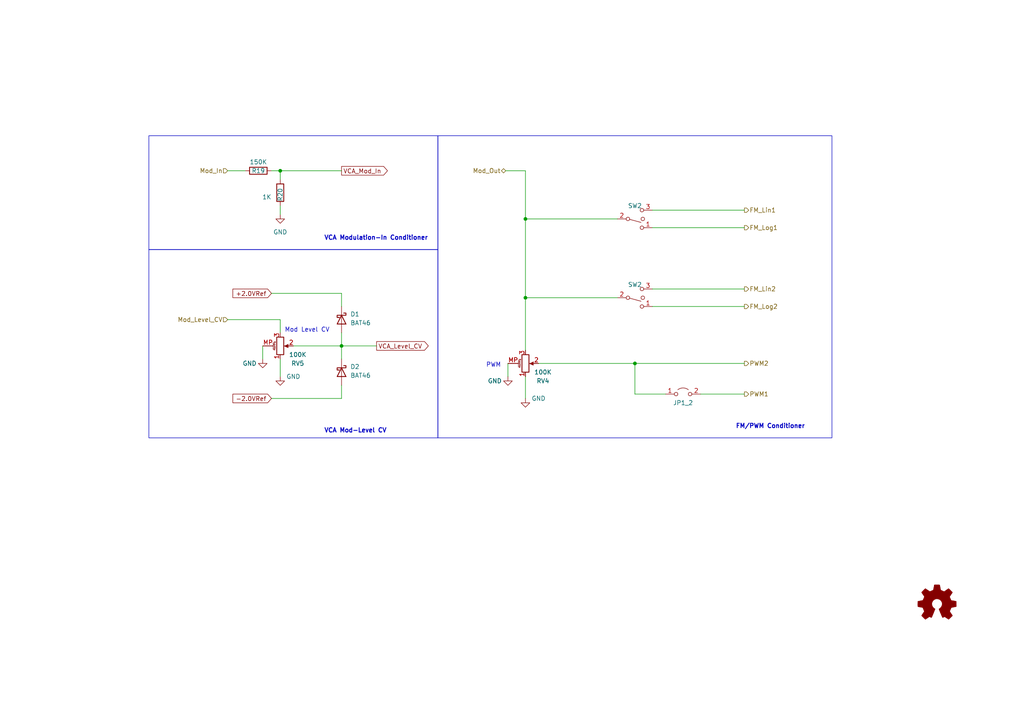
<source format=kicad_sch>
(kicad_sch (version 20230121) (generator eeschema)

  (uuid 95f31fa4-966d-47db-8495-ff310768c56d)

  (paper "A4")

  (title_block
    (title "2MoreVO")
    (date "2024-07-09")
    (rev "1.0")
    (company "ImooDi")
    (comment 1 "CC BY-NC-SA")
  )

  (lib_symbols
    (symbol "Graphic:Logo_Open_Hardware_Small" (in_bom no) (on_board no)
      (property "Reference" "#SYM" (at 0 6.985 0)
        (effects (font (size 1.27 1.27)) hide)
      )
      (property "Value" "Logo_Open_Hardware_Small" (at 0 -5.715 0)
        (effects (font (size 1.27 1.27)) hide)
      )
      (property "Footprint" "" (at 0 0 0)
        (effects (font (size 1.27 1.27)) hide)
      )
      (property "Datasheet" "~" (at 0 0 0)
        (effects (font (size 1.27 1.27)) hide)
      )
      (property "Sim.Enable" "0" (at 0 0 0)
        (effects (font (size 1.27 1.27)) hide)
      )
      (property "ki_keywords" "Logo" (at 0 0 0)
        (effects (font (size 1.27 1.27)) hide)
      )
      (property "ki_description" "Open Hardware logo, small" (at 0 0 0)
        (effects (font (size 1.27 1.27)) hide)
      )
      (symbol "Logo_Open_Hardware_Small_0_1"
        (polyline
          (pts
            (xy 3.3528 -4.3434)
            (xy 3.302 -4.318)
            (xy 3.175 -4.2418)
            (xy 2.9972 -4.1148)
            (xy 2.7686 -3.9624)
            (xy 2.54 -3.81)
            (xy 2.3622 -3.7084)
            (xy 2.2352 -3.6068)
            (xy 2.1844 -3.5814)
            (xy 2.159 -3.6068)
            (xy 2.0574 -3.6576)
            (xy 1.905 -3.7338)
            (xy 1.8034 -3.7846)
            (xy 1.6764 -3.8354)
            (xy 1.6002 -3.8354)
            (xy 1.6002 -3.8354)
            (xy 1.5494 -3.7338)
            (xy 1.4732 -3.5306)
            (xy 1.3462 -3.302)
            (xy 1.2446 -3.0226)
            (xy 1.1176 -2.7178)
            (xy 0.9652 -2.413)
            (xy 0.8636 -2.1082)
            (xy 0.7366 -1.8288)
            (xy 0.6604 -1.6256)
            (xy 0.6096 -1.4732)
            (xy 0.5842 -1.397)
            (xy 0.5842 -1.397)
            (xy 0.6604 -1.3208)
            (xy 0.7874 -1.2446)
            (xy 1.0414 -1.016)
            (xy 1.2954 -0.6858)
            (xy 1.4478 -0.3302)
            (xy 1.524 0.0762)
            (xy 1.4732 0.4572)
            (xy 1.3208 0.8128)
            (xy 1.0668 1.143)
            (xy 0.762 1.3716)
            (xy 0.4064 1.524)
            (xy 0 1.5748)
            (xy -0.381 1.5494)
            (xy -0.7366 1.397)
            (xy -1.0668 1.143)
            (xy -1.2192 0.9906)
            (xy -1.397 0.6604)
            (xy -1.524 0.3048)
            (xy -1.524 0.2286)
            (xy -1.4986 -0.1778)
            (xy -1.397 -0.5334)
            (xy -1.1938 -0.8636)
            (xy -0.9144 -1.143)
            (xy -0.8636 -1.1684)
            (xy -0.7366 -1.27)
            (xy -0.635 -1.3462)
            (xy -0.5842 -1.397)
            (xy -1.0668 -2.5908)
            (xy -1.143 -2.794)
            (xy -1.2954 -3.1242)
            (xy -1.397 -3.4036)
            (xy -1.4986 -3.6322)
            (xy -1.5748 -3.7846)
            (xy -1.6002 -3.8354)
            (xy -1.6002 -3.8354)
            (xy -1.651 -3.8354)
            (xy -1.7272 -3.81)
            (xy -1.905 -3.7338)
            (xy -2.0066 -3.683)
            (xy -2.1336 -3.6068)
            (xy -2.2098 -3.5814)
            (xy -2.2606 -3.6068)
            (xy -2.3622 -3.683)
            (xy -2.54 -3.81)
            (xy -2.7686 -3.9624)
            (xy -2.9718 -4.0894)
            (xy -3.1496 -4.2164)
            (xy -3.302 -4.318)
            (xy -3.3528 -4.3434)
            (xy -3.3782 -4.3434)
            (xy -3.429 -4.318)
            (xy -3.5306 -4.2164)
            (xy -3.7084 -4.064)
            (xy -3.937 -3.8354)
            (xy -3.9624 -3.81)
            (xy -4.1656 -3.6068)
            (xy -4.318 -3.4544)
            (xy -4.4196 -3.3274)
            (xy -4.445 -3.2766)
            (xy -4.445 -3.2766)
            (xy -4.4196 -3.2258)
            (xy -4.318 -3.0734)
            (xy -4.2164 -2.8956)
            (xy -4.064 -2.667)
            (xy -3.6576 -2.0828)
            (xy -3.8862 -1.5494)
            (xy -3.937 -1.3716)
            (xy -4.0386 -1.1684)
            (xy -4.0894 -1.0414)
            (xy -4.1148 -0.9652)
            (xy -4.191 -0.9398)
            (xy -4.318 -0.9144)
            (xy -4.5466 -0.8636)
            (xy -4.8006 -0.8128)
            (xy -5.0546 -0.7874)
            (xy -5.2578 -0.7366)
            (xy -5.4356 -0.7112)
            (xy -5.5118 -0.6858)
            (xy -5.5118 -0.6858)
            (xy -5.5372 -0.635)
            (xy -5.5372 -0.5588)
            (xy -5.5372 -0.4318)
            (xy -5.5626 -0.2286)
            (xy -5.5626 0.0762)
            (xy -5.5626 0.127)
            (xy -5.5372 0.4064)
            (xy -5.5372 0.635)
            (xy -5.5372 0.762)
            (xy -5.5372 0.8382)
            (xy -5.5372 0.8382)
            (xy -5.461 0.8382)
            (xy -5.3086 0.889)
            (xy -5.08 0.9144)
            (xy -4.826 0.9652)
            (xy -4.8006 0.9906)
            (xy -4.5466 1.0414)
            (xy -4.318 1.0668)
            (xy -4.1656 1.1176)
            (xy -4.0894 1.143)
            (xy -4.0894 1.143)
            (xy -4.0386 1.2446)
            (xy -3.9624 1.4224)
            (xy -3.8608 1.6256)
            (xy -3.7846 1.8288)
            (xy -3.7084 2.0066)
            (xy -3.6576 2.159)
            (xy -3.6322 2.2098)
            (xy -3.6322 2.2098)
            (xy -3.683 2.286)
            (xy -3.7592 2.413)
            (xy -3.8862 2.5908)
            (xy -4.064 2.8194)
            (xy -4.064 2.8448)
            (xy -4.2164 3.0734)
            (xy -4.3434 3.2512)
            (xy -4.4196 3.3782)
            (xy -4.445 3.4544)
            (xy -4.445 3.4544)
            (xy -4.3942 3.5052)
            (xy -4.2926 3.6322)
            (xy -4.1148 3.81)
            (xy -3.937 4.0132)
            (xy -3.8608 4.064)
            (xy -3.6576 4.2926)
            (xy -3.5052 4.4196)
            (xy -3.4036 4.4958)
            (xy -3.3528 4.5212)
            (xy -3.3528 4.5212)
            (xy -3.302 4.4704)
            (xy -3.1496 4.3688)
            (xy -2.9718 4.2418)
            (xy -2.7432 4.0894)
            (xy -2.7178 4.0894)
            (xy -2.4892 3.937)
            (xy -2.3114 3.81)
            (xy -2.1844 3.7084)
            (xy -2.1336 3.683)
            (xy -2.1082 3.683)
            (xy -2.032 3.7084)
            (xy -1.8542 3.7592)
            (xy -1.6764 3.8354)
            (xy -1.4732 3.937)
            (xy -1.27 4.0132)
            (xy -1.143 4.064)
            (xy -1.0668 4.1148)
            (xy -1.0668 4.1148)
            (xy -1.0414 4.191)
            (xy -1.016 4.3434)
            (xy -0.9652 4.572)
            (xy -0.9144 4.8514)
            (xy -0.889 4.9022)
            (xy -0.8382 5.1562)
            (xy -0.8128 5.3848)
            (xy -0.7874 5.5372)
            (xy -0.762 5.588)
            (xy -0.7112 5.6134)
            (xy -0.5842 5.6134)
            (xy -0.4064 5.6134)
            (xy -0.1524 5.6134)
            (xy 0.0762 5.6134)
            (xy 0.3302 5.6134)
            (xy 0.5334 5.6134)
            (xy 0.6858 5.588)
            (xy 0.7366 5.588)
            (xy 0.7366 5.588)
            (xy 0.762 5.5118)
            (xy 0.8128 5.334)
            (xy 0.8382 5.1054)
            (xy 0.9144 4.826)
            (xy 0.9144 4.7752)
            (xy 0.9652 4.5212)
            (xy 1.016 4.2926)
            (xy 1.0414 4.1402)
            (xy 1.0668 4.0894)
            (xy 1.0668 4.0894)
            (xy 1.1938 4.0386)
            (xy 1.3716 3.9624)
            (xy 1.5748 3.8608)
            (xy 2.0828 3.6576)
            (xy 2.7178 4.0894)
            (xy 2.7686 4.1402)
            (xy 2.9972 4.2926)
            (xy 3.175 4.4196)
            (xy 3.302 4.4958)
            (xy 3.3782 4.5212)
            (xy 3.3782 4.5212)
            (xy 3.429 4.4704)
            (xy 3.556 4.3434)
            (xy 3.7338 4.191)
            (xy 3.9116 3.9878)
            (xy 4.064 3.8354)
            (xy 4.2418 3.6576)
            (xy 4.3434 3.556)
            (xy 4.4196 3.4798)
            (xy 4.4196 3.429)
            (xy 4.4196 3.4036)
            (xy 4.3942 3.3274)
            (xy 4.2926 3.2004)
            (xy 4.1656 2.9972)
            (xy 4.0132 2.794)
            (xy 3.8862 2.5908)
            (xy 3.7592 2.3876)
            (xy 3.6576 2.2352)
            (xy 3.6322 2.159)
            (xy 3.6322 2.1336)
            (xy 3.683 2.0066)
            (xy 3.7592 1.8288)
            (xy 3.8608 1.6002)
            (xy 4.064 1.1176)
            (xy 4.3942 1.0414)
            (xy 4.5974 1.016)
            (xy 4.8768 0.9652)
            (xy 5.1308 0.9144)
            (xy 5.5372 0.8382)
            (xy 5.5626 -0.6604)
            (xy 5.4864 -0.6858)
            (xy 5.4356 -0.6858)
            (xy 5.2832 -0.7366)
            (xy 5.0546 -0.762)
            (xy 4.8006 -0.8128)
            (xy 4.5974 -0.8636)
            (xy 4.3688 -0.9144)
            (xy 4.2164 -0.9398)
            (xy 4.1402 -0.9398)
            (xy 4.1148 -0.9652)
            (xy 4.064 -1.0668)
            (xy 3.9878 -1.2446)
            (xy 3.9116 -1.4478)
            (xy 3.81 -1.651)
            (xy 3.7338 -1.8542)
            (xy 3.683 -2.0066)
            (xy 3.6576 -2.0828)
            (xy 3.683 -2.1336)
            (xy 3.7846 -2.2606)
            (xy 3.8862 -2.4638)
            (xy 4.0386 -2.667)
            (xy 4.191 -2.8956)
            (xy 4.318 -3.0734)
            (xy 4.3942 -3.2004)
            (xy 4.445 -3.2766)
            (xy 4.4196 -3.3274)
            (xy 4.3434 -3.429)
            (xy 4.1656 -3.5814)
            (xy 3.937 -3.8354)
            (xy 3.8862 -3.8608)
            (xy 3.683 -4.064)
            (xy 3.5306 -4.2164)
            (xy 3.4036 -4.318)
            (xy 3.3528 -4.3434)
          )
          (stroke (width 0) (type default))
          (fill (type outline))
        )
      )
    )
    (symbol "Library:D_Schottky" (pin_numbers hide) (pin_names (offset 1.016) hide) (in_bom yes) (on_board yes)
      (property "Reference" "D" (at 0 2.54 0)
        (effects (font (size 1.27 1.27)))
      )
      (property "Value" "D_Schottky" (at 0 -2.54 0)
        (effects (font (size 1.27 1.27)))
      )
      (property "Footprint" "" (at 0 0 0)
        (effects (font (size 1.27 1.27)) hide)
      )
      (property "Datasheet" "~" (at 0 0 0)
        (effects (font (size 1.27 1.27)) hide)
      )
      (property "ki_keywords" "diode Schottky" (at 0 0 0)
        (effects (font (size 1.27 1.27)) hide)
      )
      (property "ki_description" "Schottky diode" (at 0 0 0)
        (effects (font (size 1.27 1.27)) hide)
      )
      (property "ki_fp_filters" "TO-???* *_Diode_* *SingleDiode* D_*" (at 0 0 0)
        (effects (font (size 1.27 1.27)) hide)
      )
      (symbol "D_Schottky_0_1"
        (polyline
          (pts
            (xy 1.27 0)
            (xy -1.27 0)
          )
          (stroke (width 0) (type default))
          (fill (type none))
        )
        (polyline
          (pts
            (xy 1.27 1.27)
            (xy 1.27 -1.27)
            (xy -1.27 0)
            (xy 1.27 1.27)
          )
          (stroke (width 0.254) (type default))
          (fill (type none))
        )
        (polyline
          (pts
            (xy -1.905 0.635)
            (xy -1.905 1.27)
            (xy -1.27 1.27)
            (xy -1.27 -1.27)
            (xy -0.635 -1.27)
            (xy -0.635 -0.635)
          )
          (stroke (width 0.254) (type default))
          (fill (type none))
        )
      )
      (symbol "D_Schottky_1_1"
        (pin passive line (at -3.81 0 0) (length 2.54)
          (name "K" (effects (font (size 1.27 1.27))))
          (number "1" (effects (font (size 1.27 1.27))))
        )
        (pin passive line (at 3.81 0 180) (length 2.54)
          (name "A" (effects (font (size 1.27 1.27))))
          (number "2" (effects (font (size 1.27 1.27))))
        )
      )
    )
    (symbol "Library:Jumper_2_Open" (pin_names (offset 0) hide) (in_bom yes) (on_board yes)
      (property "Reference" "JP" (at 0 2.794 0)
        (effects (font (size 1.27 1.27)))
      )
      (property "Value" "Jumper_2_Open" (at 0 -2.286 0)
        (effects (font (size 1.27 1.27)))
      )
      (property "Footprint" "" (at 0 0 0)
        (effects (font (size 1.27 1.27)) hide)
      )
      (property "Datasheet" "~" (at 0 0 0)
        (effects (font (size 1.27 1.27)) hide)
      )
      (property "ki_keywords" "Jumper SPST" (at 0 0 0)
        (effects (font (size 1.27 1.27)) hide)
      )
      (property "ki_description" "Jumper, 2-pole, open" (at 0 0 0)
        (effects (font (size 1.27 1.27)) hide)
      )
      (property "ki_fp_filters" "Jumper* TestPoint*2Pads* TestPoint*Bridge*" (at 0 0 0)
        (effects (font (size 1.27 1.27)) hide)
      )
      (symbol "Jumper_2_Open_0_0"
        (circle (center -2.032 0) (radius 0.508)
          (stroke (width 0) (type default))
          (fill (type none))
        )
        (circle (center 2.032 0) (radius 0.508)
          (stroke (width 0) (type default))
          (fill (type none))
        )
      )
      (symbol "Jumper_2_Open_0_1"
        (arc (start 1.524 1.27) (mid 0 1.778) (end -1.524 1.27)
          (stroke (width 0) (type default))
          (fill (type none))
        )
      )
      (symbol "Jumper_2_Open_1_1"
        (pin passive line (at -5.08 0 0) (length 2.54)
          (name "A" (effects (font (size 1.27 1.27))))
          (number "1" (effects (font (size 1.27 1.27))))
        )
        (pin passive line (at 5.08 0 180) (length 2.54)
          (name "B" (effects (font (size 1.27 1.27))))
          (number "2" (effects (font (size 1.27 1.27))))
        )
      )
    )
    (symbol "Library:R" (pin_numbers hide) (pin_names (offset 0)) (in_bom yes) (on_board yes)
      (property "Reference" "R" (at 2.032 0 90)
        (effects (font (size 1.27 1.27)))
      )
      (property "Value" "R" (at 0 0 90)
        (effects (font (size 1.27 1.27)))
      )
      (property "Footprint" "" (at -1.778 0 90)
        (effects (font (size 1.27 1.27)) hide)
      )
      (property "Datasheet" "~" (at 0 0 0)
        (effects (font (size 1.27 1.27)) hide)
      )
      (property "ki_keywords" "R res resistor" (at 0 0 0)
        (effects (font (size 1.27 1.27)) hide)
      )
      (property "ki_description" "Resistor" (at 0 0 0)
        (effects (font (size 1.27 1.27)) hide)
      )
      (property "ki_fp_filters" "R_*" (at 0 0 0)
        (effects (font (size 1.27 1.27)) hide)
      )
      (symbol "R_0_1"
        (rectangle (start -1.016 -2.54) (end 1.016 2.54)
          (stroke (width 0.254) (type default))
          (fill (type none))
        )
      )
      (symbol "R_1_1"
        (pin passive line (at 0 3.81 270) (length 1.27)
          (name "~" (effects (font (size 1.27 1.27))))
          (number "1" (effects (font (size 1.27 1.27))))
        )
        (pin passive line (at 0 -3.81 90) (length 1.27)
          (name "~" (effects (font (size 1.27 1.27))))
          (number "2" (effects (font (size 1.27 1.27))))
        )
      )
    )
    (symbol "Library:R_Potentiometer_MountingPin" (pin_names (offset 1.016) hide) (in_bom yes) (on_board yes)
      (property "Reference" "RV" (at -8.255 0 90)
        (effects (font (size 1.27 1.27)))
      )
      (property "Value" "R_Potentiometer_MountingPin" (at -6.35 0 90)
        (effects (font (size 1.27 1.27)))
      )
      (property "Footprint" "" (at 0 0 0)
        (effects (font (size 1.27 1.27)) hide)
      )
      (property "Datasheet" "~" (at 0 0 0)
        (effects (font (size 1.27 1.27)) hide)
      )
      (property "ki_keywords" "resistor variable" (at 0 0 0)
        (effects (font (size 1.27 1.27)) hide)
      )
      (property "ki_description" "Potentiometer with a mounting pin" (at 0 0 0)
        (effects (font (size 1.27 1.27)) hide)
      )
      (property "ki_fp_filters" "Potentiometer*" (at 0 0 0)
        (effects (font (size 1.27 1.27)) hide)
      )
      (symbol "R_Potentiometer_MountingPin_0_1"
        (polyline
          (pts
            (xy 2.54 0)
            (xy 1.524 0)
          )
          (stroke (width 0) (type default))
          (fill (type none))
        )
        (polyline
          (pts
            (xy 1.143 0)
            (xy 2.286 0.508)
            (xy 2.286 -0.508)
          )
          (stroke (width 0) (type default))
          (fill (type outline))
        )
        (rectangle (start 1.016 2.54) (end -1.016 -2.54)
          (stroke (width 0.254) (type default))
          (fill (type none))
        )
      )
      (symbol "R_Potentiometer_MountingPin_1_1"
        (polyline
          (pts
            (xy -2.032 1.016)
            (xy -2.032 -1.016)
          )
          (stroke (width 0.1524) (type default))
          (fill (type none))
        )
        (text "Mounting" (at -1.651 0 900)
          (effects (font (size 0.381 0.381)))
        )
        (pin passive line (at 0 3.81 270) (length 1.27)
          (name "1" (effects (font (size 1.27 1.27))))
          (number "1" (effects (font (size 1.27 1.27))))
        )
        (pin passive line (at 3.81 0 180) (length 1.27)
          (name "2" (effects (font (size 1.27 1.27))))
          (number "2" (effects (font (size 1.27 1.27))))
        )
        (pin passive line (at 0 -3.81 90) (length 1.27)
          (name "3" (effects (font (size 1.27 1.27))))
          (number "3" (effects (font (size 1.27 1.27))))
        )
        (pin passive line (at -5.08 0 0) (length 3.048)
          (name "MountPin" (effects (font (size 1.27 1.27))))
          (number "MP" (effects (font (size 1.27 1.27))))
        )
      )
    )
    (symbol "Library:SW_SPDT_MSM" (pin_names (offset 0) hide) (in_bom yes) (on_board yes)
      (property "Reference" "SW" (at 0 5.08 0)
        (effects (font (size 1.27 1.27)))
      )
      (property "Value" "SW_SPDT_MSM" (at 0 -5.08 0)
        (effects (font (size 1.27 1.27)))
      )
      (property "Footprint" "" (at 0 0 0)
        (effects (font (size 1.27 1.27)) hide)
      )
      (property "Datasheet" "~" (at 0 0 0)
        (effects (font (size 1.27 1.27)) hide)
      )
      (property "ki_keywords" "switch spdt single-pole double-throw ON-OFF-ON" (at 0 0 0)
        (effects (font (size 1.27 1.27)) hide)
      )
      (property "ki_description" "Switch, single pole double throw, center OFF position" (at 0 0 0)
        (effects (font (size 1.27 1.27)) hide)
      )
      (symbol "SW_SPDT_MSM_0_0"
        (circle (center -2.032 0) (radius 0.508)
          (stroke (width 0) (type default))
          (fill (type none))
        )
        (polyline
          (pts
            (xy -1.524 0.127)
            (xy 1.778 1.016)
          )
          (stroke (width 0) (type default))
          (fill (type none))
        )
        (circle (center 2.032 -2.54) (radius 0.508)
          (stroke (width 0) (type default))
          (fill (type none))
        )
      )
      (symbol "SW_SPDT_MSM_0_1"
        (circle (center 2.032 2.54) (radius 0.508)
          (stroke (width 0) (type default))
          (fill (type none))
        )
        (circle (center 2.286 0) (radius 0.508)
          (stroke (width 0) (type default))
          (fill (type none))
        )
      )
      (symbol "SW_SPDT_MSM_1_1"
        (pin passive line (at 5.08 2.54 180) (length 2.54)
          (name "1" (effects (font (size 1.27 1.27))))
          (number "1" (effects (font (size 1.27 1.27))))
        )
        (pin passive line (at -5.08 0 0) (length 2.54)
          (name "2" (effects (font (size 1.27 1.27))))
          (number "2" (effects (font (size 1.27 1.27))))
        )
        (pin passive line (at 5.08 -2.54 180) (length 2.54)
          (name "3" (effects (font (size 1.27 1.27))))
          (number "3" (effects (font (size 1.27 1.27))))
        )
      )
    )
    (symbol "power:GND" (power) (pin_names (offset 0)) (in_bom yes) (on_board yes)
      (property "Reference" "#PWR" (at 0 -6.35 0)
        (effects (font (size 1.27 1.27)) hide)
      )
      (property "Value" "GND" (at 0 -3.81 0)
        (effects (font (size 1.27 1.27)))
      )
      (property "Footprint" "" (at 0 0 0)
        (effects (font (size 1.27 1.27)) hide)
      )
      (property "Datasheet" "" (at 0 0 0)
        (effects (font (size 1.27 1.27)) hide)
      )
      (property "ki_keywords" "global power" (at 0 0 0)
        (effects (font (size 1.27 1.27)) hide)
      )
      (property "ki_description" "Power symbol creates a global label with name \"GND\" , ground" (at 0 0 0)
        (effects (font (size 1.27 1.27)) hide)
      )
      (symbol "GND_0_1"
        (polyline
          (pts
            (xy 0 0)
            (xy 0 -1.27)
            (xy 1.27 -1.27)
            (xy 0 -2.54)
            (xy -1.27 -1.27)
            (xy 0 -1.27)
          )
          (stroke (width 0) (type default))
          (fill (type none))
        )
      )
      (symbol "GND_1_1"
        (pin power_in line (at 0 0 270) (length 0) hide
          (name "GND" (effects (font (size 1.27 1.27))))
          (number "1" (effects (font (size 1.27 1.27))))
        )
      )
    )
  )

  (junction (at 152.4 86.36) (diameter 0) (color 0 0 0 0)
    (uuid 44ec52cd-d242-4e82-9ac6-08ba94b0c164)
  )
  (junction (at 99.06 100.33) (diameter 0) (color 0 0 0 0)
    (uuid 7e30d5d7-88df-4fcd-ada8-2ec9875a0ef3)
  )
  (junction (at 184.15 105.41) (diameter 0) (color 0 0 0 0)
    (uuid 89e4aae9-b0c0-40b9-9ba5-0140226e028e)
  )
  (junction (at 152.4 63.5) (diameter 0) (color 0 0 0 0)
    (uuid e76fdc59-466d-4043-aa69-f165df711134)
  )
  (junction (at 81.28 49.53) (diameter 0) (color 0 0 0 0)
    (uuid f83eee04-cf73-4745-ad58-c127167e375b)
  )

  (wire (pts (xy 81.28 92.71) (xy 81.28 96.52))
    (stroke (width 0) (type default))
    (uuid 0a96b3d9-8592-4b36-b569-22b4e2ebdb32)
  )
  (wire (pts (xy 81.28 104.14) (xy 81.28 109.22))
    (stroke (width 0) (type default))
    (uuid 11f1f716-d9a5-4ab4-b9e6-88893416a65a)
  )
  (wire (pts (xy 99.06 111.76) (xy 99.06 115.57))
    (stroke (width 0) (type default))
    (uuid 1567a1fb-9ff6-41a4-9904-edd9f5b718f5)
  )
  (wire (pts (xy 184.15 105.41) (xy 215.9 105.41))
    (stroke (width 0) (type default))
    (uuid 1c5cd928-7d36-4694-b4f2-74d602f38081)
  )
  (wire (pts (xy 81.28 49.53) (xy 81.28 52.07))
    (stroke (width 0) (type default))
    (uuid 20a758c0-7c39-419c-a350-ece594b4ad9f)
  )
  (wire (pts (xy 152.4 49.53) (xy 146.685 49.53))
    (stroke (width 0) (type default))
    (uuid 32dac9b1-0516-4ebc-9d8f-2c688bb8e2bd)
  )
  (wire (pts (xy 184.15 105.41) (xy 184.15 114.3))
    (stroke (width 0) (type default))
    (uuid 4436beb7-43ce-40aa-9926-d6fa56c5e704)
  )
  (wire (pts (xy 203.2 114.3) (xy 215.9 114.3))
    (stroke (width 0) (type default))
    (uuid 4d18b96b-e878-445f-89dc-ec4a1f4124b5)
  )
  (wire (pts (xy 152.4 101.6) (xy 152.4 86.36))
    (stroke (width 0) (type default))
    (uuid 575eecf1-9c8a-475d-a41c-ced935ea4272)
  )
  (wire (pts (xy 152.4 49.53) (xy 152.4 63.5))
    (stroke (width 0) (type default))
    (uuid 5db550b1-3f90-4bb7-b143-e4bad35020c0)
  )
  (wire (pts (xy 78.74 115.57) (xy 99.06 115.57))
    (stroke (width 0) (type default))
    (uuid 69771cf8-748a-4483-91e0-626c5b6771e5)
  )
  (wire (pts (xy 152.4 63.5) (xy 179.07 63.5))
    (stroke (width 0) (type default))
    (uuid 6f4a47ba-18ee-49ce-8db7-530ec748f792)
  )
  (wire (pts (xy 85.09 100.33) (xy 99.06 100.33))
    (stroke (width 0) (type default))
    (uuid 78f28bce-0117-4851-bfeb-6c80dee7e19a)
  )
  (wire (pts (xy 66.04 92.71) (xy 81.28 92.71))
    (stroke (width 0) (type default))
    (uuid 835bd0bb-fba1-424c-b784-2fefd7299ae8)
  )
  (wire (pts (xy 152.4 86.36) (xy 152.4 63.5))
    (stroke (width 0) (type default))
    (uuid 852008f2-3f7f-4e5c-8571-cc680d2525a8)
  )
  (wire (pts (xy 78.74 49.53) (xy 81.28 49.53))
    (stroke (width 0) (type default))
    (uuid 881aeb4b-2678-41d9-9eaa-90a93488b049)
  )
  (wire (pts (xy 71.12 49.53) (xy 66.04 49.53))
    (stroke (width 0) (type default))
    (uuid 8ad157c4-5769-43ea-bab8-9031c5352fb6)
  )
  (wire (pts (xy 99.06 100.33) (xy 109.22 100.33))
    (stroke (width 0) (type default))
    (uuid 9107a72b-6338-438e-8e22-d9e560750b2f)
  )
  (wire (pts (xy 189.23 83.82) (xy 215.9 83.82))
    (stroke (width 0) (type default))
    (uuid 91a948c6-b3f7-4257-b7b6-139850589d61)
  )
  (wire (pts (xy 152.4 86.36) (xy 179.07 86.36))
    (stroke (width 0) (type default))
    (uuid 9308e6bb-80e1-4ed2-b64b-d1be46c35b2f)
  )
  (wire (pts (xy 189.23 60.96) (xy 215.9 60.96))
    (stroke (width 0) (type default))
    (uuid 932c16e3-baf7-4f9b-95a2-d28ed5e492dc)
  )
  (wire (pts (xy 152.4 109.22) (xy 152.4 115.57))
    (stroke (width 0) (type default))
    (uuid a8f6c2ba-63e8-438b-9470-878e17f2ee17)
  )
  (wire (pts (xy 189.23 66.04) (xy 215.9 66.04))
    (stroke (width 0) (type default))
    (uuid acc6574a-f32c-45f9-8753-9f4defcaf504)
  )
  (wire (pts (xy 193.04 114.3) (xy 184.15 114.3))
    (stroke (width 0) (type default))
    (uuid ad27a8ed-30a2-48e4-96bc-5caeda9b3694)
  )
  (wire (pts (xy 147.32 105.41) (xy 147.32 109.22))
    (stroke (width 0) (type default))
    (uuid b5afa005-662b-4a2a-a74d-096d8719866f)
  )
  (wire (pts (xy 81.28 49.53) (xy 99.06 49.53))
    (stroke (width 0) (type default))
    (uuid c0ba9cb9-0061-481f-b8a9-0efb18733ad5)
  )
  (wire (pts (xy 156.21 105.41) (xy 184.15 105.41))
    (stroke (width 0) (type default))
    (uuid c1eec105-8c61-4c51-a9e6-bb2a6821bcad)
  )
  (wire (pts (xy 99.06 88.9) (xy 99.06 85.09))
    (stroke (width 0) (type default))
    (uuid c84d2e1a-1616-4a18-8900-f45973e131fb)
  )
  (wire (pts (xy 189.23 88.9) (xy 215.9 88.9))
    (stroke (width 0) (type default))
    (uuid dc33910b-d5a9-4f91-ad0d-554dd07834c0)
  )
  (wire (pts (xy 99.06 96.52) (xy 99.06 100.33))
    (stroke (width 0) (type default))
    (uuid df7b4870-8bde-4a74-b4d2-956968c06963)
  )
  (wire (pts (xy 76.2 100.33) (xy 76.2 104.14))
    (stroke (width 0) (type default))
    (uuid eb4ced32-a9b0-4926-a1bc-6dfc7759a966)
  )
  (wire (pts (xy 78.74 85.09) (xy 99.06 85.09))
    (stroke (width 0) (type default))
    (uuid efd9a1e4-7f4a-44ab-9543-1c63068e7621)
  )
  (wire (pts (xy 99.06 100.33) (xy 99.06 104.14))
    (stroke (width 0) (type default))
    (uuid f122ec14-46d7-4b49-8c50-83374bcab8c7)
  )
  (wire (pts (xy 81.28 59.69) (xy 81.28 62.23))
    (stroke (width 0) (type default))
    (uuid f47b7b76-7fb8-4b90-9f06-2ec82e78b84b)
  )

  (rectangle (start 127 39.37) (end 241.3 127)
    (stroke (width 0) (type default))
    (fill (type none))
    (uuid 0b8a5e05-a06b-4741-9939-5c757c20b66e)
  )
  (rectangle (start 43.18 72.39) (end 127 127)
    (stroke (width 0) (type default))
    (fill (type none))
    (uuid 749963ba-88aa-48df-89b6-948dead6cf9e)
  )
  (rectangle (start 43.18 39.37) (end 127 72.39)
    (stroke (width 0) (type default))
    (fill (type none))
    (uuid 755fd6fc-ba91-428c-af06-fbcf538ae94e)
  )

  (text "VCA Mod-Level CV" (at 93.98 125.73 0)
    (effects (font (size 1.27 1.27) (thickness 0.254) bold) (justify left bottom))
    (uuid 60f1a850-7108-42b8-a01f-9642f08da541)
  )
  (text "VCA Modulation-In Conditioner" (at 93.98 69.85 0)
    (effects (font (size 1.27 1.27) (thickness 0.254) bold) (justify left bottom))
    (uuid 7c3a3fe8-e260-4005-a474-d32939a1d163)
  )
  (text "Mod Level CV" (at 82.55 96.52 0)
    (effects (font (size 1.27 1.27)) (justify left bottom))
    (uuid a25637f9-5436-41e7-b496-015b25b78eb4)
  )
  (text "FM/PWM Conditioner" (at 213.36 124.46 0)
    (effects (font (size 1.27 1.27) (thickness 0.254) bold) (justify left bottom))
    (uuid b9e20b82-cf0b-4270-8255-31e511cb60f5)
  )
  (text "PWM" (at 140.97 106.68 0)
    (effects (font (size 1.27 1.27)) (justify left bottom))
    (uuid e09bf4cb-23e0-4b66-8696-a10595370d9f)
  )

  (global_label "VCA_Mod_In" (shape output) (at 99.06 49.53 0) (fields_autoplaced)
    (effects (font (size 1.27 1.27)) (justify left))
    (uuid 0c8b8d30-9400-426b-8885-aed03b721f78)
    (property "Intersheetrefs" "${INTERSHEET_REFS}" (at 112.9308 49.53 0)
      (effects (font (size 1.27 1.27)) (justify left) hide)
    )
  )
  (global_label "VCA_Level_CV" (shape output) (at 109.22 100.33 0) (fields_autoplaced)
    (effects (font (size 1.27 1.27)) (justify left))
    (uuid 5537c01f-3567-4c42-af6d-f16c4a54d381)
    (property "Intersheetrefs" "${INTERSHEET_REFS}" (at 124.7843 100.33 0)
      (effects (font (size 1.27 1.27)) (justify left) hide)
    )
  )
  (global_label "+2.0VRef" (shape input) (at 78.74 85.09 180) (fields_autoplaced)
    (effects (font (size 1.27 1.27)) (justify right))
    (uuid 5fdd9e46-0346-4f22-9537-ce5a27ad5df3)
    (property "Intersheetrefs" "${INTERSHEET_REFS}" (at 66.9857 85.09 0)
      (effects (font (size 1.27 1.27)) (justify right) hide)
    )
  )
  (global_label "-2.0VRef" (shape input) (at 78.74 115.57 180) (fields_autoplaced)
    (effects (font (size 1.27 1.27)) (justify right))
    (uuid b4d7b976-61c9-44d3-afd6-6aaf70400cbc)
    (property "Intersheetrefs" "${INTERSHEET_REFS}" (at 66.9857 115.57 0)
      (effects (font (size 1.27 1.27)) (justify right) hide)
    )
  )

  (hierarchical_label "FM_Lin2" (shape output) (at 215.9 83.82 0) (fields_autoplaced)
    (effects (font (size 1.27 1.27)) (justify left))
    (uuid 1a065785-577f-40b0-9eff-cd785adc1a3a)
  )
  (hierarchical_label "Mod_Level_CV" (shape input) (at 66.04 92.71 180) (fields_autoplaced)
    (effects (font (size 1.27 1.27)) (justify right))
    (uuid 1df97b12-9aa5-4559-bf34-bd2afec3ac6e)
  )
  (hierarchical_label "Mod_In" (shape input) (at 66.04 49.53 180) (fields_autoplaced)
    (effects (font (size 1.27 1.27)) (justify right))
    (uuid 2aa140a1-44d5-4b9c-9f43-277faadf08c5)
  )
  (hierarchical_label "PWM2" (shape output) (at 215.9 105.41 0) (fields_autoplaced)
    (effects (font (size 1.27 1.27)) (justify left))
    (uuid 5e2a30c4-ea88-4c6b-812c-59b2f41487a6)
  )
  (hierarchical_label "FM_Lin1" (shape output) (at 215.9 60.96 0) (fields_autoplaced)
    (effects (font (size 1.27 1.27)) (justify left))
    (uuid b68de852-e6a5-4c13-ae02-785808b89679)
  )
  (hierarchical_label "PWM1" (shape output) (at 215.9 114.3 0) (fields_autoplaced)
    (effects (font (size 1.27 1.27)) (justify left))
    (uuid b708d288-fbc6-4dee-82b6-47f12c06da96)
  )
  (hierarchical_label "FM_Log1" (shape output) (at 215.9 66.04 0) (fields_autoplaced)
    (effects (font (size 1.27 1.27)) (justify left))
    (uuid c2741023-b909-4df7-8554-565f6563d1f8)
  )
  (hierarchical_label "FM_Log2" (shape output) (at 215.9 88.9 0) (fields_autoplaced)
    (effects (font (size 1.27 1.27)) (justify left))
    (uuid d4782722-8eb6-4882-b00d-8629091f15c7)
  )
  (hierarchical_label "Mod_Out" (shape bidirectional) (at 146.685 49.53 180) (fields_autoplaced)
    (effects (font (size 1.27 1.27)) (justify right))
    (uuid e2a214a8-b178-4ede-84df-f190727c664b)
  )

  (symbol (lib_id "Library:Jumper_2_Open") (at 198.12 114.3 0) (unit 1)
    (in_bom yes) (on_board yes) (dnp no)
    (uuid 012d0bfe-5fcd-4c92-93a5-75a416354167)
    (property "Reference" "JP1_2" (at 198.12 116.84 0)
      (effects (font (size 1.27 1.27)))
    )
    (property "Value" "Jumper_2_Open" (at 198.12 110.49 0)
      (effects (font (size 1.27 1.27)) hide)
    )
    (property "Footprint" "Connector_PinHeader_2.54mm:PinHeader_1x02_P2.54mm_Horizontal" (at 198.12 114.3 0)
      (effects (font (size 1.27 1.27)) hide)
    )
    (property "Datasheet" "~" (at 198.12 114.3 0)
      (effects (font (size 1.27 1.27)) hide)
    )
    (pin "1" (uuid 935c2b79-fca2-4b41-85df-67e0766145a5))
    (pin "2" (uuid 4445af8a-8f00-4675-a6ba-bd6a065ca584))
    (instances
      (project "2MoreVO"
        (path "/7f4ad635-7798-4811-9504-264912179fa8/7e503ba2-cf35-4127-96a3-53e6432e6eac"
          (reference "JP1_2") (unit 1)
        )
        (path "/7f4ad635-7798-4811-9504-264912179fa8/5338ff03-65e2-41ca-ad5f-dae89e8a163b"
          (reference "JP1_3") (unit 1)
        )
      )
      (project "2MoreVO_Motherboard_test"
        (path "/a3a69d0b-0aae-47cd-87f6-ad3f11131d3d/6dca2b98-c41b-4e0d-9924-ad8ece48a6f3"
          (reference "JP1_2") (unit 1)
        )
      )
    )
  )

  (symbol (lib_id "Library:SW_SPDT_MSM") (at 184.15 63.5 0) (mirror x) (unit 1)
    (in_bom yes) (on_board yes) (dnp no)
    (uuid 18e0c6db-3eeb-4e54-8cab-29191396720f)
    (property "Reference" "SW2" (at 184.15 59.69 0)
      (effects (font (size 1.27 1.27)))
    )
    (property "Value" "SW_SPDT_MSM" (at 184.277 58.42 0)
      (effects (font (size 1.27 1.27)) hide)
    )
    (property "Footprint" "PCM_4ms_Switch:Switch_Toggle_SPDT_Mini_SolderLug" (at 184.15 63.5 0)
      (effects (font (size 1.27 1.27)) hide)
    )
    (property "Datasheet" "https://octopart.com/datasheet/a121k12kzq-electroswitch-54850" (at 184.15 63.5 0)
      (effects (font (size 1.27 1.27)) hide)
    )
    (property "Datasheet" "https://octopart.com/datasheet/a121k12kzq-electroswitch-54850" (at 184.15 63.5 0)
      (effects (font (size 1.27 1.27)) hide)
    )
    (pin "3" (uuid bc9baf87-bd5a-4292-b279-8d6e7e2f4e1c))
    (pin "1" (uuid 65169fd8-017c-422b-b811-da42e40fc425))
    (pin "2" (uuid ea4c84cc-cd0b-43af-b483-6417bb3ee24c))
    (instances
      (project "2MoreVO"
        (path "/7f4ad635-7798-4811-9504-264912179fa8/bc1f4e4f-9067-4839-b9e3-be4f455cfe4a"
          (reference "SW2") (unit 1)
        )
        (path "/7f4ad635-7798-4811-9504-264912179fa8/7e503ba2-cf35-4127-96a3-53e6432e6eac"
          (reference "SW4") (unit 1)
        )
        (path "/7f4ad635-7798-4811-9504-264912179fa8/5338ff03-65e2-41ca-ad5f-dae89e8a163b"
          (reference "SW5") (unit 1)
        )
      )
      (project "2MoreVO_Motherboard_test"
        (path "/a3a69d0b-0aae-47cd-87f6-ad3f11131d3d"
          (reference "SW2") (unit 1)
        )
      )
    )
  )

  (symbol (lib_id "power:GND") (at 76.2 104.14 0) (mirror y) (unit 1)
    (in_bom yes) (on_board yes) (dnp no)
    (uuid 32c2f7ba-7a94-404c-abc0-d80aa6d42635)
    (property "Reference" "#PWR066" (at 76.2 110.49 0)
      (effects (font (size 1.27 1.27)) hide)
    )
    (property "Value" "GND" (at 72.39 105.41 0)
      (effects (font (size 1.27 1.27)))
    )
    (property "Footprint" "" (at 76.2 104.14 0)
      (effects (font (size 1.27 1.27)) hide)
    )
    (property "Datasheet" "" (at 76.2 104.14 0)
      (effects (font (size 1.27 1.27)) hide)
    )
    (pin "1" (uuid e79e0d04-4c73-4e29-be87-d3b6b9f9be01))
    (instances
      (project "2MoreVO"
        (path "/7f4ad635-7798-4811-9504-264912179fa8/19a248db-12ba-407d-8f06-49f3d285fb62"
          (reference "#PWR066") (unit 1)
        )
        (path "/7f4ad635-7798-4811-9504-264912179fa8/5338ff03-65e2-41ca-ad5f-dae89e8a163b"
          (reference "#PWR028") (unit 1)
        )
      )
      (project "2MoreVO_Motherboard_test"
        (path "/a3a69d0b-0aae-47cd-87f6-ad3f11131d3d/6dca2b98-c41b-4e0d-9924-ad8ece48a6f3"
          (reference "#PWR053") (unit 1)
        )
      )
    )
  )

  (symbol (lib_id "Library:R") (at 81.28 55.88 0) (mirror y) (unit 1)
    (in_bom yes) (on_board yes) (dnp no)
    (uuid 4b432e33-a6cf-4b7a-8cba-1868ade87fdd)
    (property "Reference" "R20" (at 81.28 58.42 90)
      (effects (font (size 1.27 1.27)) (justify left))
    )
    (property "Value" "1K" (at 78.74 57.15 0)
      (effects (font (size 1.27 1.27)) (justify left))
    )
    (property "Footprint" "Resistor_THT:R_Axial_DIN0204_L3.6mm_D1.6mm_P2.54mm_Vertical" (at 83.058 55.88 90)
      (effects (font (size 1.27 1.27)) hide)
    )
    (property "Datasheet" "~" (at 81.28 55.88 0)
      (effects (font (size 1.27 1.27)) hide)
    )
    (pin "1" (uuid a099823c-4371-4f89-9dc5-028df01d0575))
    (pin "2" (uuid 0ed250be-3d32-4c4b-8db1-31141947010a))
    (instances
      (project "2MoreVO"
        (path "/7f4ad635-7798-4811-9504-264912179fa8/5338ff03-65e2-41ca-ad5f-dae89e8a163b"
          (reference "R20") (unit 1)
        )
      )
      (project "2MoreVO_Motherboard_test"
        (path "/a3a69d0b-0aae-47cd-87f6-ad3f11131d3d/6dca2b98-c41b-4e0d-9924-ad8ece48a6f3"
          (reference "R15") (unit 1)
        )
      )
    )
  )

  (symbol (lib_id "Library:D_Schottky") (at 99.06 107.95 270) (unit 1)
    (in_bom yes) (on_board yes) (dnp no) (fields_autoplaced)
    (uuid 4c4d66da-832a-4148-b2e6-befa392b9bd2)
    (property "Reference" "D2" (at 101.6 106.3625 90)
      (effects (font (size 1.27 1.27)) (justify left))
    )
    (property "Value" "BAT46" (at 101.6 108.9025 90)
      (effects (font (size 1.27 1.27)) (justify left))
    )
    (property "Footprint" "Diode_THT:D_DO-35_SOD27_P7.62mm_Horizontal" (at 99.06 107.95 0)
      (effects (font (size 1.27 1.27)) hide)
    )
    (property "Datasheet" "https://octopart.com/datasheet/bat46-tr-vishay-55507552" (at 99.06 107.95 0)
      (effects (font (size 1.27 1.27)) hide)
    )
    (property "Datasheet" "https://octopart.com/datasheet/bat46-tr-vishay-55507552" (at 99.06 107.95 90)
      (effects (font (size 1.27 1.27)) hide)
    )
    (pin "1" (uuid 54ea3bb2-dc63-4459-b82c-0cb3011420c6))
    (pin "2" (uuid 583cc6a3-bdaf-4c1a-a605-ab5837256566))
    (instances
      (project "2MoreVO"
        (path "/7f4ad635-7798-4811-9504-264912179fa8/5338ff03-65e2-41ca-ad5f-dae89e8a163b"
          (reference "D2") (unit 1)
        )
      )
      (project "2MoreVO_Motherboard_test"
        (path "/a3a69d0b-0aae-47cd-87f6-ad3f11131d3d/6dca2b98-c41b-4e0d-9924-ad8ece48a6f3"
          (reference "D5") (unit 1)
        )
      )
    )
  )

  (symbol (lib_id "Library:R_Potentiometer_MountingPin") (at 152.4 105.41 0) (mirror x) (unit 1)
    (in_bom yes) (on_board yes) (dnp no)
    (uuid 62548e8e-68dd-4584-b7ff-9fa21b30c448)
    (property "Reference" "RV4" (at 157.48 110.49 0)
      (effects (font (size 1.27 1.27)))
    )
    (property "Value" "100K" (at 157.48 107.95 0)
      (effects (font (size 1.27 1.27)))
    )
    (property "Footprint" "Potentiometer_THT:Potentiometer_Alps_RK09K_Single_Vertical" (at 152.4 105.41 0)
      (effects (font (size 1.27 1.27)) hide)
    )
    (property "Datasheet" "https://octopart.com/datasheet/ptv09a-2030u-b104-bourns-34828315" (at 152.4 105.41 0)
      (effects (font (size 1.27 1.27)) hide)
    )
    (property "Datasheet" "https://octopart.com/datasheet/ptv09a-2030u-b104-bourns-34828315" (at 152.4 105.41 0)
      (effects (font (size 1.27 1.27)) hide)
    )
    (pin "MP" (uuid e5b3af1d-5e8d-4653-a814-93207dca3e57))
    (pin "2" (uuid c8df0140-d740-4b4d-aa85-662c1302f26e))
    (pin "1" (uuid 6f0be187-6c50-47a9-aca8-0a8a81d1aceb))
    (pin "3" (uuid 06406b6d-9668-4311-b46f-b23e0c8a0193))
    (instances
      (project "2MoreVO"
        (path "/7f4ad635-7798-4811-9504-264912179fa8/5338ff03-65e2-41ca-ad5f-dae89e8a163b"
          (reference "RV4") (unit 1)
        )
      )
      (project "2MoreVO_Motherboard_test"
        (path "/a3a69d0b-0aae-47cd-87f6-ad3f11131d3d"
          (reference "RV1") (unit 1)
        )
        (path "/a3a69d0b-0aae-47cd-87f6-ad3f11131d3d/6dca2b98-c41b-4e0d-9924-ad8ece48a6f3"
          (reference "RV7") (unit 1)
        )
      )
    )
  )

  (symbol (lib_id "power:GND") (at 81.28 109.22 0) (mirror y) (unit 1)
    (in_bom yes) (on_board yes) (dnp no)
    (uuid 66fa8318-b578-47b3-8680-d8fef104488a)
    (property "Reference" "#PWR029" (at 81.28 115.57 0)
      (effects (font (size 1.27 1.27)) hide)
    )
    (property "Value" "GND" (at 85.09 109.22 0)
      (effects (font (size 1.27 1.27)))
    )
    (property "Footprint" "" (at 81.28 109.22 0)
      (effects (font (size 1.27 1.27)) hide)
    )
    (property "Datasheet" "" (at 81.28 109.22 0)
      (effects (font (size 1.27 1.27)) hide)
    )
    (pin "1" (uuid 12fc0a7b-ae8b-4a05-a21d-50aeb64726f0))
    (instances
      (project "2MoreVO"
        (path "/7f4ad635-7798-4811-9504-264912179fa8/5338ff03-65e2-41ca-ad5f-dae89e8a163b"
          (reference "#PWR029") (unit 1)
        )
      )
      (project "2MoreVO_Motherboard_test"
        (path "/a3a69d0b-0aae-47cd-87f6-ad3f11131d3d/6dca2b98-c41b-4e0d-9924-ad8ece48a6f3"
          (reference "#PWR035") (unit 1)
        )
      )
    )
  )

  (symbol (lib_id "power:GND") (at 81.28 62.23 0) (mirror y) (unit 1)
    (in_bom yes) (on_board yes) (dnp no) (fields_autoplaced)
    (uuid 750422fa-c5e2-42f7-82ee-2722ac842f56)
    (property "Reference" "#PWR027" (at 81.28 68.58 0)
      (effects (font (size 1.27 1.27)) hide)
    )
    (property "Value" "GND" (at 81.28 67.31 0)
      (effects (font (size 1.27 1.27)))
    )
    (property "Footprint" "" (at 81.28 62.23 0)
      (effects (font (size 1.27 1.27)) hide)
    )
    (property "Datasheet" "" (at 81.28 62.23 0)
      (effects (font (size 1.27 1.27)) hide)
    )
    (pin "1" (uuid 95cd38c5-64d2-4834-8c28-657f66e6d677))
    (instances
      (project "2MoreVO"
        (path "/7f4ad635-7798-4811-9504-264912179fa8/5338ff03-65e2-41ca-ad5f-dae89e8a163b"
          (reference "#PWR027") (unit 1)
        )
      )
      (project "2MoreVO_Motherboard_test"
        (path "/a3a69d0b-0aae-47cd-87f6-ad3f11131d3d/6dca2b98-c41b-4e0d-9924-ad8ece48a6f3"
          (reference "#PWR057") (unit 1)
        )
      )
    )
  )

  (symbol (lib_id "power:GND") (at 152.4 115.57 0) (mirror y) (unit 1)
    (in_bom yes) (on_board yes) (dnp no)
    (uuid 8d587e37-afef-4346-aeb8-da27ed2b0871)
    (property "Reference" "#PWR026" (at 152.4 121.92 0)
      (effects (font (size 1.27 1.27)) hide)
    )
    (property "Value" "GND" (at 156.21 115.57 0)
      (effects (font (size 1.27 1.27)))
    )
    (property "Footprint" "" (at 152.4 115.57 0)
      (effects (font (size 1.27 1.27)) hide)
    )
    (property "Datasheet" "" (at 152.4 115.57 0)
      (effects (font (size 1.27 1.27)) hide)
    )
    (pin "1" (uuid 97d458b2-924d-4054-b3cd-9021dad66666))
    (instances
      (project "2MoreVO"
        (path "/7f4ad635-7798-4811-9504-264912179fa8/5338ff03-65e2-41ca-ad5f-dae89e8a163b"
          (reference "#PWR026") (unit 1)
        )
      )
      (project "2MoreVO_Motherboard_test"
        (path "/a3a69d0b-0aae-47cd-87f6-ad3f11131d3d/6dca2b98-c41b-4e0d-9924-ad8ece48a6f3"
          (reference "#PWR035") (unit 1)
        )
      )
    )
  )

  (symbol (lib_id "power:GND") (at 147.32 109.22 0) (mirror y) (unit 1)
    (in_bom yes) (on_board yes) (dnp no)
    (uuid 948e4b16-3049-4eef-b432-bd86f9be20a3)
    (property "Reference" "#PWR066" (at 147.32 115.57 0)
      (effects (font (size 1.27 1.27)) hide)
    )
    (property "Value" "GND" (at 143.51 110.49 0)
      (effects (font (size 1.27 1.27)))
    )
    (property "Footprint" "" (at 147.32 109.22 0)
      (effects (font (size 1.27 1.27)) hide)
    )
    (property "Datasheet" "" (at 147.32 109.22 0)
      (effects (font (size 1.27 1.27)) hide)
    )
    (pin "1" (uuid 95f478e6-8bd2-4b67-8bfe-95f81bd72dab))
    (instances
      (project "2MoreVO"
        (path "/7f4ad635-7798-4811-9504-264912179fa8/19a248db-12ba-407d-8f06-49f3d285fb62"
          (reference "#PWR066") (unit 1)
        )
        (path "/7f4ad635-7798-4811-9504-264912179fa8/5338ff03-65e2-41ca-ad5f-dae89e8a163b"
          (reference "#PWR025") (unit 1)
        )
      )
      (project "2MoreVO_Motherboard_test"
        (path "/a3a69d0b-0aae-47cd-87f6-ad3f11131d3d/6dca2b98-c41b-4e0d-9924-ad8ece48a6f3"
          (reference "#PWR053") (unit 1)
        )
      )
    )
  )

  (symbol (lib_id "Library:D_Schottky") (at 99.06 92.71 270) (unit 1)
    (in_bom yes) (on_board yes) (dnp no) (fields_autoplaced)
    (uuid 9eebdd18-ce9e-4992-a8fd-3183fa198216)
    (property "Reference" "D1" (at 101.6 91.1225 90)
      (effects (font (size 1.27 1.27)) (justify left))
    )
    (property "Value" "BAT46" (at 101.6 93.6625 90)
      (effects (font (size 1.27 1.27)) (justify left))
    )
    (property "Footprint" "Diode_THT:D_DO-35_SOD27_P7.62mm_Horizontal" (at 99.06 92.71 0)
      (effects (font (size 1.27 1.27)) hide)
    )
    (property "Datasheet" "https://octopart.com/datasheet/bat46-tr-vishay-55507552" (at 99.06 92.71 0)
      (effects (font (size 1.27 1.27)) hide)
    )
    (property "Datasheet" "https://octopart.com/datasheet/bat46-tr-vishay-55507552" (at 99.06 92.71 90)
      (effects (font (size 1.27 1.27)) hide)
    )
    (pin "1" (uuid 92c5a5dd-967f-4a92-8716-8e8b97ec648e))
    (pin "2" (uuid 457a9cff-195d-4631-a0a6-7e7e93b5bb75))
    (instances
      (project "2MoreVO"
        (path "/7f4ad635-7798-4811-9504-264912179fa8/5338ff03-65e2-41ca-ad5f-dae89e8a163b"
          (reference "D1") (unit 1)
        )
      )
      (project "2MoreVO_Motherboard_test"
        (path "/a3a69d0b-0aae-47cd-87f6-ad3f11131d3d/6dca2b98-c41b-4e0d-9924-ad8ece48a6f3"
          (reference "D4") (unit 1)
        )
      )
    )
  )

  (symbol (lib_id "Graphic:Logo_Open_Hardware_Small") (at 271.78 175.26 0) (unit 1)
    (in_bom no) (on_board no) (dnp no) (fields_autoplaced)
    (uuid a2935785-8835-4a5f-ac01-7e880718b4f0)
    (property "Reference" "#SYM1" (at 271.78 168.275 0)
      (effects (font (size 1.27 1.27)) hide)
    )
    (property "Value" "Logo_Open_Hardware_Small" (at 271.78 180.975 0)
      (effects (font (size 1.27 1.27)) hide)
    )
    (property "Footprint" "" (at 271.78 175.26 0)
      (effects (font (size 1.27 1.27)) hide)
    )
    (property "Datasheet" "~" (at 271.78 175.26 0)
      (effects (font (size 1.27 1.27)) hide)
    )
    (property "Sim.Enable" "0" (at 271.78 175.26 0)
      (effects (font (size 1.27 1.27)) hide)
    )
    (instances
      (project "2MoreVO"
        (path "/7f4ad635-7798-4811-9504-264912179fa8"
          (reference "#SYM1") (unit 1)
        )
        (path "/7f4ad635-7798-4811-9504-264912179fa8/5cc9b6bf-e21e-46c4-8d8a-07c689ea68be"
          (reference "#SYM3") (unit 1)
        )
        (path "/7f4ad635-7798-4811-9504-264912179fa8/bc1f4e4f-9067-4839-b9e3-be4f455cfe4a"
          (reference "#SYM4") (unit 1)
        )
        (path "/7f4ad635-7798-4811-9504-264912179fa8/7e503ba2-cf35-4127-96a3-53e6432e6eac"
          (reference "#SYM5") (unit 1)
        )
        (path "/7f4ad635-7798-4811-9504-264912179fa8/5338ff03-65e2-41ca-ad5f-dae89e8a163b"
          (reference "#SYM5") (unit 1)
        )
      )
    )
  )

  (symbol (lib_id "Library:R") (at 74.93 49.53 270) (mirror x) (unit 1)
    (in_bom yes) (on_board yes) (dnp no)
    (uuid a3f0eddd-abaf-4c76-af30-d99aacbf83ad)
    (property "Reference" "R19" (at 74.93 49.53 90)
      (effects (font (size 1.27 1.27)))
    )
    (property "Value" "150K" (at 74.93 46.99 90)
      (effects (font (size 1.27 1.27)))
    )
    (property "Footprint" "Resistor_THT:R_Axial_DIN0204_L3.6mm_D1.6mm_P2.54mm_Vertical" (at 74.93 51.308 90)
      (effects (font (size 1.27 1.27)) hide)
    )
    (property "Datasheet" "~" (at 74.93 49.53 0)
      (effects (font (size 1.27 1.27)) hide)
    )
    (pin "1" (uuid e099d0ef-fcf0-4ee1-a15c-fb93d3977757))
    (pin "2" (uuid eea7792c-3352-44e1-ae44-1fe5cf7a756b))
    (instances
      (project "2MoreVO"
        (path "/7f4ad635-7798-4811-9504-264912179fa8/5338ff03-65e2-41ca-ad5f-dae89e8a163b"
          (reference "R19") (unit 1)
        )
      )
      (project "2MoreVO_Motherboard_test"
        (path "/a3a69d0b-0aae-47cd-87f6-ad3f11131d3d/6dca2b98-c41b-4e0d-9924-ad8ece48a6f3"
          (reference "R16") (unit 1)
        )
      )
    )
  )

  (symbol (lib_id "Library:SW_SPDT_MSM") (at 184.15 86.36 0) (mirror x) (unit 1)
    (in_bom yes) (on_board yes) (dnp no)
    (uuid c6d965d5-030d-4fca-b611-9416e383f40c)
    (property "Reference" "SW2" (at 184.15 82.55 0)
      (effects (font (size 1.27 1.27)))
    )
    (property "Value" "SW_SPDT_MSM" (at 184.277 81.28 0)
      (effects (font (size 1.27 1.27)) hide)
    )
    (property "Footprint" "PCM_4ms_Switch:Switch_Toggle_SPDT_Mini_SolderLug" (at 184.15 86.36 0)
      (effects (font (size 1.27 1.27)) hide)
    )
    (property "Datasheet" "https://octopart.com/datasheet/a121k12kzq-electroswitch-54850" (at 184.15 86.36 0)
      (effects (font (size 1.27 1.27)) hide)
    )
    (property "Datasheet" "https://octopart.com/datasheet/a121k12kzq-electroswitch-54850" (at 184.15 86.36 0)
      (effects (font (size 1.27 1.27)) hide)
    )
    (pin "3" (uuid 4148d3c5-8727-4539-bea3-c49952a19d76))
    (pin "1" (uuid 6c4fab59-ac6a-4578-9dc9-7b185963e1a0))
    (pin "2" (uuid 77d3e25f-6ae7-455b-aef9-46169348c7a4))
    (instances
      (project "2MoreVO"
        (path "/7f4ad635-7798-4811-9504-264912179fa8/bc1f4e4f-9067-4839-b9e3-be4f455cfe4a"
          (reference "SW2") (unit 1)
        )
        (path "/7f4ad635-7798-4811-9504-264912179fa8/7e503ba2-cf35-4127-96a3-53e6432e6eac"
          (reference "SW4") (unit 1)
        )
        (path "/7f4ad635-7798-4811-9504-264912179fa8/5338ff03-65e2-41ca-ad5f-dae89e8a163b"
          (reference "SW6") (unit 1)
        )
      )
      (project "2MoreVO_Motherboard_test"
        (path "/a3a69d0b-0aae-47cd-87f6-ad3f11131d3d"
          (reference "SW2") (unit 1)
        )
      )
    )
  )

  (symbol (lib_id "Library:R_Potentiometer_MountingPin") (at 81.28 100.33 0) (mirror x) (unit 1)
    (in_bom yes) (on_board yes) (dnp no)
    (uuid ea61b8e6-6db2-4d06-820d-59a61cc63a38)
    (property "Reference" "RV5" (at 86.36 105.41 0)
      (effects (font (size 1.27 1.27)))
    )
    (property "Value" "100K" (at 86.36 102.87 0)
      (effects (font (size 1.27 1.27)))
    )
    (property "Footprint" "Potentiometer_THT:Potentiometer_Alps_RK09K_Single_Vertical" (at 81.28 100.33 0)
      (effects (font (size 1.27 1.27)) hide)
    )
    (property "Datasheet" "https://octopart.com/datasheet/ptv09a-2030u-b104-bourns-34828315" (at 81.28 100.33 0)
      (effects (font (size 1.27 1.27)) hide)
    )
    (property "Datasheet" "https://octopart.com/datasheet/ptv09a-2030u-b104-bourns-34828315" (at 81.28 100.33 0)
      (effects (font (size 1.27 1.27)) hide)
    )
    (pin "MP" (uuid fe5eab7e-d27c-41be-ba7e-d69ff78ff9d0))
    (pin "2" (uuid b83420ed-8b04-45f4-ab6b-7374a9391d70))
    (pin "1" (uuid 770e5f82-a803-42ca-8506-2b95fd752230))
    (pin "3" (uuid 415e9f21-fbc8-43f4-8b27-b2d2a1c4d8ce))
    (instances
      (project "2MoreVO"
        (path "/7f4ad635-7798-4811-9504-264912179fa8/5338ff03-65e2-41ca-ad5f-dae89e8a163b"
          (reference "RV5") (unit 1)
        )
      )
      (project "2MoreVO_Motherboard_test"
        (path "/a3a69d0b-0aae-47cd-87f6-ad3f11131d3d"
          (reference "RV1") (unit 1)
        )
        (path "/a3a69d0b-0aae-47cd-87f6-ad3f11131d3d/6dca2b98-c41b-4e0d-9924-ad8ece48a6f3"
          (reference "RV7") (unit 1)
        )
      )
    )
  )
)

</source>
